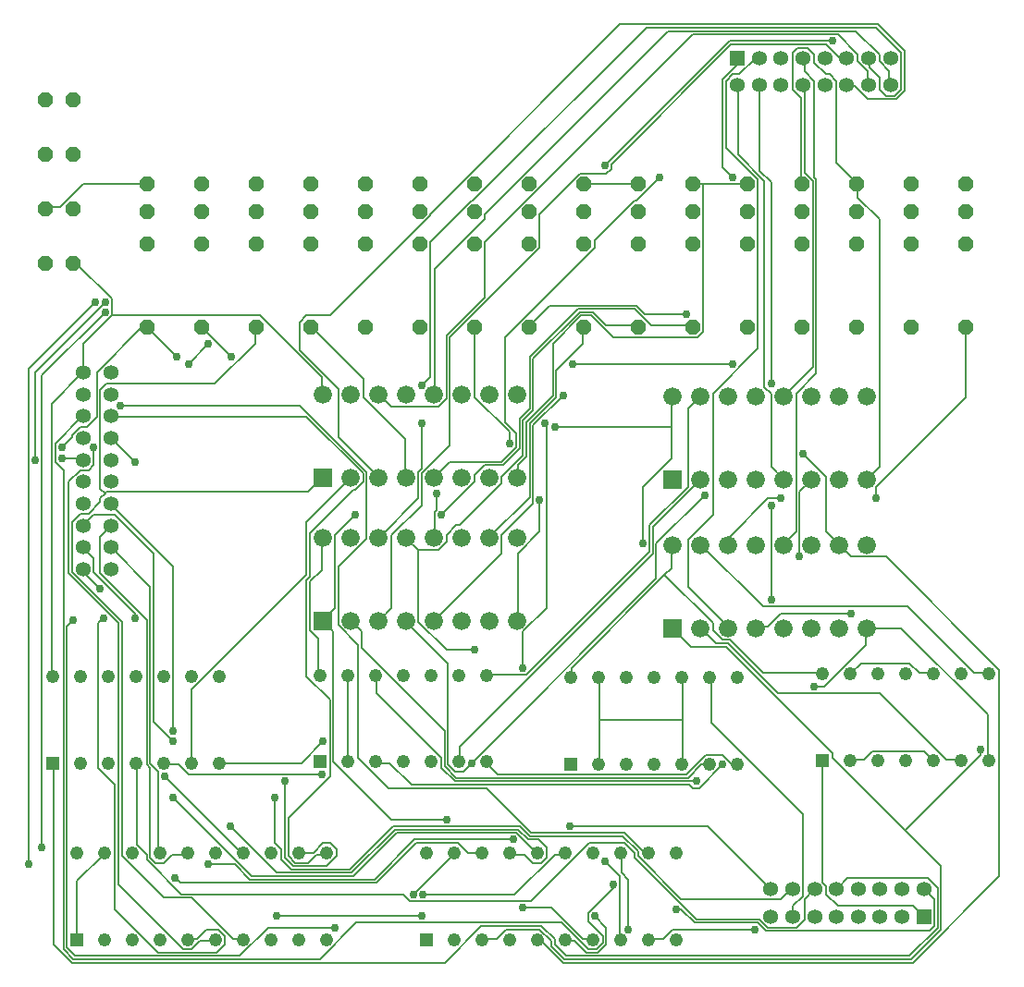
<source format=gbr>
G04 EAGLE Gerber RS-274X export*
G75*
%MOMM*%
%FSLAX34Y34*%
%LPD*%
%INBottom Copper*%
%IPPOS*%
%AMOC8*
5,1,8,0,0,1.08239X$1,22.5*%
G01*
%ADD10R,1.358000X1.358000*%
%ADD11C,1.358000*%
%ADD12R,1.238000X1.238000*%
%ADD13C,1.238000*%
%ADD14R,1.676400X1.676400*%
%ADD15C,1.676400*%
%ADD16P,1.429621X8X292.500000*%
%ADD17P,1.429621X8X112.500000*%
%ADD18P,1.429621X8X22.500000*%
%ADD19C,0.152400*%
%ADD20C,0.756400*%


D10*
X700700Y888400D03*
D11*
X700700Y863400D03*
X720700Y888400D03*
X720700Y863400D03*
X740700Y888400D03*
X740700Y863400D03*
X760700Y888400D03*
X760700Y863400D03*
X780700Y888400D03*
X780700Y863400D03*
X800700Y888400D03*
X800700Y863400D03*
X820700Y888400D03*
X820700Y863400D03*
X840700Y888400D03*
X840700Y863400D03*
D10*
X871200Y101600D03*
D11*
X871200Y126600D03*
X851200Y101600D03*
X851200Y126600D03*
X831200Y101600D03*
X831200Y126600D03*
X811200Y101600D03*
X811200Y126600D03*
X791200Y101600D03*
X791200Y126600D03*
X771200Y101600D03*
X771200Y126600D03*
X751200Y101600D03*
X751200Y126600D03*
X731200Y101600D03*
X731200Y126600D03*
D12*
X73900Y242100D03*
D13*
X99300Y242100D03*
X124700Y242100D03*
X150100Y242100D03*
X175500Y242100D03*
X200900Y242100D03*
X226300Y242100D03*
X226300Y321500D03*
X200900Y321500D03*
X175500Y321500D03*
X150100Y321500D03*
X124700Y321500D03*
X99300Y321500D03*
X73900Y321500D03*
D12*
X318500Y243400D03*
D13*
X343900Y243400D03*
X369300Y243400D03*
X394700Y243400D03*
X420100Y243400D03*
X445500Y243400D03*
X470900Y243400D03*
X470900Y322800D03*
X445500Y322800D03*
X420100Y322800D03*
X394700Y322800D03*
X369300Y322800D03*
X343900Y322800D03*
X318500Y322800D03*
D12*
X548500Y241200D03*
D13*
X573900Y241200D03*
X599300Y241200D03*
X624700Y241200D03*
X650100Y241200D03*
X675500Y241200D03*
X700900Y241200D03*
X700900Y320600D03*
X675500Y320600D03*
X650100Y320600D03*
X624700Y320600D03*
X599300Y320600D03*
X573900Y320600D03*
X548500Y320600D03*
D12*
X778500Y244400D03*
D13*
X803900Y244400D03*
X829300Y244400D03*
X854700Y244400D03*
X880100Y244400D03*
X905500Y244400D03*
X930900Y244400D03*
X930900Y323800D03*
X905500Y323800D03*
X880100Y323800D03*
X854700Y323800D03*
X829300Y323800D03*
X803900Y323800D03*
X778500Y323800D03*
D14*
X321300Y503700D03*
D15*
X346700Y503700D03*
X372100Y503700D03*
X397500Y503700D03*
X422900Y503700D03*
X448300Y503700D03*
X473700Y503700D03*
X499100Y503700D03*
X499100Y579900D03*
X473700Y579900D03*
X448300Y579900D03*
X422900Y579900D03*
X397500Y579900D03*
X372100Y579900D03*
X346700Y579900D03*
X321300Y579900D03*
D14*
X641300Y502300D03*
D15*
X666700Y502300D03*
X692100Y502300D03*
X717500Y502300D03*
X742900Y502300D03*
X768300Y502300D03*
X793700Y502300D03*
X819100Y502300D03*
X819100Y578500D03*
X793700Y578500D03*
X768300Y578500D03*
X742900Y578500D03*
X717500Y578500D03*
X692100Y578500D03*
X666700Y578500D03*
X641300Y578500D03*
D14*
X321300Y372800D03*
D15*
X346700Y372800D03*
X372100Y372800D03*
X397500Y372800D03*
X422900Y372800D03*
X448300Y372800D03*
X473700Y372800D03*
X499100Y372800D03*
X499100Y449000D03*
X473700Y449000D03*
X448300Y449000D03*
X422900Y449000D03*
X397500Y449000D03*
X372100Y449000D03*
X346700Y449000D03*
X321300Y449000D03*
D14*
X641300Y366000D03*
D15*
X666700Y366000D03*
X692100Y366000D03*
X717500Y366000D03*
X742900Y366000D03*
X768300Y366000D03*
X793700Y366000D03*
X819100Y366000D03*
X819100Y442200D03*
X793700Y442200D03*
X768300Y442200D03*
X742900Y442200D03*
X717500Y442200D03*
X692100Y442200D03*
X666700Y442200D03*
X641300Y442200D03*
D11*
X102000Y420000D03*
X127000Y420000D03*
X102000Y440000D03*
X127000Y440000D03*
X102000Y460000D03*
X127000Y460000D03*
X102000Y480000D03*
X127000Y480000D03*
X102000Y500000D03*
X127000Y500000D03*
X102000Y520000D03*
X127000Y520000D03*
X102000Y540000D03*
X127000Y540000D03*
X102000Y560000D03*
X127000Y560000D03*
X102000Y580000D03*
X127000Y580000D03*
X102000Y600000D03*
X127000Y600000D03*
D12*
X95700Y80300D03*
D13*
X121100Y80300D03*
X146500Y80300D03*
X171900Y80300D03*
X197300Y80300D03*
X222700Y80300D03*
X248100Y80300D03*
X273500Y80300D03*
X298900Y80300D03*
X324300Y80300D03*
X324300Y159700D03*
X298900Y159700D03*
X273500Y159700D03*
X248100Y159700D03*
X222700Y159700D03*
X197300Y159700D03*
X171900Y159700D03*
X146500Y159700D03*
X121100Y159700D03*
X95700Y159700D03*
D12*
X415700Y80300D03*
D13*
X441100Y80300D03*
X466500Y80300D03*
X491900Y80300D03*
X517300Y80300D03*
X542700Y80300D03*
X568100Y80300D03*
X593500Y80300D03*
X618900Y80300D03*
X644300Y80300D03*
X644300Y159700D03*
X618900Y159700D03*
X593500Y159700D03*
X568100Y159700D03*
X542700Y159700D03*
X517300Y159700D03*
X491900Y159700D03*
X466500Y159700D03*
X441100Y159700D03*
X415700Y159700D03*
D16*
X910000Y718100D03*
X910000Y641900D03*
X860000Y718100D03*
X860000Y641900D03*
X810000Y718100D03*
X810000Y641900D03*
X760000Y718100D03*
X760000Y641900D03*
X710000Y718100D03*
X710000Y641900D03*
X660000Y718100D03*
X660000Y641900D03*
X610000Y718100D03*
X610000Y641900D03*
X560000Y718100D03*
X560000Y641900D03*
X510000Y718100D03*
X510000Y641900D03*
X460000Y718100D03*
X460000Y641900D03*
X410000Y718100D03*
X410000Y641900D03*
X360000Y718100D03*
X360000Y641900D03*
X310000Y718100D03*
X310000Y641900D03*
X260000Y718100D03*
X260000Y641900D03*
X210000Y718100D03*
X210000Y641900D03*
X160000Y718100D03*
X160000Y641900D03*
D17*
X910000Y747300D03*
X910000Y772700D03*
X860000Y747300D03*
X860000Y772700D03*
X810000Y747300D03*
X810000Y772700D03*
X760000Y747300D03*
X760000Y772700D03*
X710000Y747300D03*
X710000Y772700D03*
X660000Y747300D03*
X660000Y772700D03*
X610000Y747300D03*
X610000Y772700D03*
X560000Y747300D03*
X560000Y772700D03*
X510000Y747300D03*
X510000Y772700D03*
X460000Y747300D03*
X460000Y772700D03*
X410000Y747300D03*
X410000Y772700D03*
X360000Y747300D03*
X360000Y772700D03*
X310000Y747300D03*
X310000Y772700D03*
X260000Y747300D03*
X260000Y772700D03*
X210000Y747300D03*
X210000Y772700D03*
X160000Y747300D03*
X160000Y772700D03*
D18*
X67300Y850000D03*
X92700Y850000D03*
X67300Y800000D03*
X92700Y800000D03*
X67300Y750000D03*
X92700Y750000D03*
X67300Y700000D03*
X92700Y700000D03*
D19*
X778764Y243840D02*
X778764Y132588D01*
X781812Y129540D01*
X781812Y121920D01*
X792480Y111252D01*
X861060Y111252D01*
X870204Y102108D01*
X778764Y243840D02*
X778500Y244400D01*
X870204Y102108D02*
X871200Y101600D01*
X676656Y278892D02*
X676656Y320040D01*
X676656Y278892D02*
X760476Y195072D01*
X760476Y120396D01*
X751332Y111252D01*
X751332Y102108D01*
X676656Y320040D02*
X675500Y320600D01*
X751332Y102108D02*
X751200Y101600D01*
X891540Y245364D02*
X905256Y245364D01*
X891540Y245364D02*
X830580Y306324D01*
X737616Y306324D01*
X691896Y352044D01*
X681228Y352044D01*
X667512Y365760D01*
X905256Y245364D02*
X905500Y244400D01*
X667512Y365760D02*
X666700Y366000D01*
X917448Y324612D02*
X929640Y324612D01*
X917448Y324612D02*
X856488Y385572D01*
X723900Y385572D01*
X667512Y441960D01*
X929640Y324612D02*
X930900Y323800D01*
X667512Y441960D02*
X666700Y442200D01*
X240792Y149352D02*
X216408Y149352D01*
X240792Y149352D02*
X254508Y135636D01*
X368808Y135636D01*
X405384Y172212D01*
X495300Y172212D01*
X547116Y184404D02*
X673608Y184404D01*
X729996Y128016D01*
X731200Y126600D01*
D20*
X216408Y149352D03*
X495300Y172212D03*
X547116Y184404D03*
D19*
X277368Y169164D02*
X277368Y210312D01*
X277368Y169164D02*
X283464Y163068D01*
X283464Y153924D01*
X292608Y144780D01*
X345948Y144780D01*
X385572Y184404D01*
X501396Y184404D01*
X510540Y175260D01*
X595884Y175260D01*
X609600Y161544D01*
X609600Y156972D01*
X649224Y117348D01*
X740664Y117348D01*
X749808Y126492D01*
X751200Y126600D01*
D20*
X277368Y210312D03*
D19*
X150876Y240792D02*
X150876Y167640D01*
X160020Y158496D01*
X160020Y153924D01*
X192024Y121920D01*
X394716Y121920D01*
X400812Y115824D01*
X512064Y115824D01*
X565404Y169164D01*
X597408Y169164D01*
X606552Y160020D01*
X606552Y155448D01*
X662940Y99060D01*
X720852Y99060D01*
X728472Y91440D01*
X754380Y91440D01*
X762000Y99060D01*
X762000Y117348D01*
X771144Y126492D01*
X150876Y240792D02*
X150100Y242100D01*
X771144Y126492D02*
X771200Y126600D01*
X74676Y76200D02*
X74676Y240792D01*
X74676Y76200D02*
X91440Y59436D01*
X432816Y59436D01*
X466344Y92964D01*
X521208Y92964D01*
X533400Y80772D01*
X533400Y76200D01*
X544068Y65532D01*
X858012Y65532D01*
X883920Y91440D01*
X883920Y128016D01*
X874776Y137160D01*
X801624Y137160D01*
X792480Y128016D01*
X74676Y240792D02*
X73900Y242100D01*
X791200Y126600D02*
X792480Y128016D01*
X370332Y306324D02*
X370332Y321564D01*
X370332Y306324D02*
X429768Y246888D01*
X429768Y237744D01*
X441960Y225552D01*
X662940Y225552D01*
X370332Y321564D02*
X369300Y322800D01*
D20*
X662940Y225552D03*
D19*
X649224Y108204D02*
X644652Y108204D01*
X649224Y108204D02*
X661416Y96012D01*
X719328Y96012D01*
X726948Y88392D01*
X876300Y88392D01*
X880872Y92964D01*
X880872Y117348D01*
X871728Y126492D01*
X871200Y126600D01*
D20*
X644652Y108204D03*
D19*
X667512Y240792D02*
X675132Y240792D01*
X667512Y240792D02*
X655320Y228600D01*
X443484Y228600D01*
X432816Y239268D01*
X432816Y271272D01*
X356616Y347472D01*
X356616Y362712D01*
X347472Y371856D01*
X675132Y240792D02*
X675500Y241200D01*
X347472Y371856D02*
X346700Y372800D01*
X446532Y257556D02*
X446532Y243840D01*
X446532Y257556D02*
X623316Y434340D01*
X623316Y458724D01*
X665988Y501396D01*
X446532Y243840D02*
X445500Y243400D01*
X665988Y501396D02*
X666700Y502300D01*
X507492Y323088D02*
X470916Y323088D01*
X507492Y323088D02*
X620268Y435864D01*
X620268Y460248D01*
X655320Y495300D01*
X655320Y566928D01*
X665988Y577596D01*
X470916Y323088D02*
X470900Y322800D01*
X665988Y577596D02*
X666700Y578500D01*
X693420Y903732D02*
X787908Y903732D01*
X693420Y903732D02*
X579120Y789432D01*
X425196Y489204D02*
X425196Y473964D01*
X423672Y472440D01*
X423672Y449580D01*
X422900Y449000D01*
D20*
X787908Y903732D03*
X579120Y789432D03*
X425196Y489204D03*
D19*
X821436Y879348D02*
X821436Y886968D01*
X821436Y879348D02*
X830580Y870204D01*
X830580Y859536D01*
X836676Y853440D01*
X844296Y853440D01*
X850392Y859536D01*
X850392Y893064D01*
X827532Y915924D01*
X617220Y915924D01*
X458724Y757428D01*
X457200Y757428D01*
X419100Y719328D01*
X419100Y595884D01*
X411480Y588264D01*
X411480Y553212D02*
X411480Y512064D01*
X408432Y509016D01*
X408432Y484632D01*
X373380Y449580D01*
X821436Y886968D02*
X820700Y888400D01*
X373380Y449580D02*
X372100Y449000D01*
D20*
X411480Y588264D03*
X411480Y553212D03*
D19*
X794004Y888492D02*
X800100Y888492D01*
X794004Y888492D02*
X781812Y900684D01*
X694944Y900684D01*
X585216Y790956D01*
X585216Y786384D01*
X580644Y781812D01*
X556260Y781812D01*
X519684Y745236D01*
X519684Y714756D01*
X437388Y632460D01*
X437388Y533400D01*
X411480Y507492D01*
X411480Y478536D01*
X384048Y451104D01*
X384048Y384048D01*
X373380Y373380D01*
X800100Y888492D02*
X800700Y888400D01*
X373380Y373380D02*
X372100Y372800D01*
X513588Y551688D02*
X541020Y579120D01*
X513588Y551688D02*
X513588Y480060D01*
X484632Y451104D01*
X484632Y434340D01*
X423672Y373380D01*
X422900Y372800D01*
D20*
X541020Y579120D03*
D19*
X762000Y876300D02*
X762000Y886968D01*
X762000Y876300D02*
X771144Y867156D01*
X771144Y778764D01*
X772668Y777240D01*
X772668Y598932D01*
X754380Y580644D01*
X754380Y454152D01*
X743712Y443484D01*
X762000Y886968D02*
X760700Y888400D01*
X743712Y443484D02*
X742900Y442200D01*
X740664Y484632D02*
X728472Y484632D01*
X693420Y449580D01*
X693420Y443484D01*
X692100Y442200D01*
D20*
X740664Y484632D03*
D19*
X719328Y886968D02*
X716280Y886968D01*
X702564Y873252D01*
X696468Y873252D01*
X690372Y867156D01*
X690372Y806196D01*
X719328Y777240D01*
X719328Y621792D01*
X678180Y580644D01*
X678180Y469392D01*
X655320Y446532D01*
X655320Y403860D01*
X691896Y367284D01*
X719328Y886968D02*
X720700Y888400D01*
X691896Y367284D02*
X692100Y366000D01*
X699516Y880872D02*
X699516Y886968D01*
X699516Y880872D02*
X687324Y868680D01*
X687324Y787908D01*
X696468Y778764D01*
X731520Y478536D02*
X731520Y391668D01*
X699516Y886968D02*
X700700Y888400D01*
D20*
X696468Y778764D03*
X731520Y478536D03*
X731520Y391668D03*
D19*
X382524Y242316D02*
X370332Y242316D01*
X382524Y242316D02*
X402336Y222504D01*
X656844Y222504D01*
X659892Y219456D01*
X665988Y219456D01*
X687324Y240792D01*
X757428Y431292D02*
X757428Y490728D01*
X768096Y501396D01*
X370332Y242316D02*
X369300Y243400D01*
X768096Y501396D02*
X768300Y502300D01*
D20*
X687324Y240792D03*
X757428Y431292D03*
D19*
X701040Y800100D02*
X701040Y862584D01*
X701040Y800100D02*
X725424Y775716D01*
X725424Y586740D01*
X731520Y580644D01*
X731520Y513588D01*
X742188Y502920D01*
X701040Y862584D02*
X700700Y863400D01*
X742188Y502920D02*
X742900Y502300D01*
X720852Y784860D02*
X720852Y862584D01*
X720852Y784860D02*
X731520Y774192D01*
X731520Y589788D01*
X720852Y862584D02*
X720700Y863400D01*
D20*
X731520Y589788D03*
D19*
X762000Y783336D02*
X762000Y862584D01*
X762000Y783336D02*
X769620Y775716D01*
X769620Y605028D01*
X743712Y579120D01*
X762000Y862584D02*
X760700Y863400D01*
X743712Y579120D02*
X742900Y578500D01*
X608076Y757428D02*
X629412Y778764D01*
X608076Y757428D02*
X606552Y757428D01*
X569976Y720852D01*
X569976Y714756D01*
X487680Y632460D01*
X487680Y554736D01*
X498348Y544068D01*
X498348Y531876D01*
X484632Y518160D01*
X437388Y518160D01*
X423672Y504444D01*
X422900Y503700D01*
D20*
X629412Y778764D03*
D19*
X801624Y862584D02*
X807720Y862584D01*
X819912Y850392D01*
X845820Y850392D01*
X853440Y858012D01*
X853440Y894588D01*
X829056Y918972D01*
X592836Y918972D01*
X419100Y745236D01*
X419100Y743712D01*
X327660Y652272D01*
X306324Y652272D01*
X300228Y646176D01*
X300228Y620268D01*
X335280Y585216D01*
X335280Y541020D01*
X371856Y504444D01*
X800700Y863400D02*
X801624Y862584D01*
X371856Y504444D02*
X372100Y503700D01*
X819912Y864108D02*
X819912Y876300D01*
X810768Y885444D01*
X810768Y891540D01*
X792480Y909828D01*
X659892Y909828D01*
X469392Y719328D01*
X469392Y669036D01*
X434340Y633984D01*
X434340Y576072D01*
X426720Y568452D01*
X384048Y568452D01*
X373380Y579120D01*
X819912Y864108D02*
X820700Y863400D01*
X373380Y579120D02*
X372100Y579900D01*
X839724Y864108D02*
X839724Y876300D01*
X830580Y885444D01*
X830580Y891540D01*
X809244Y912876D01*
X637032Y912876D01*
X469392Y745236D01*
X469392Y740664D01*
X423672Y694944D01*
X423672Y580644D01*
X839724Y864108D02*
X840700Y863400D01*
X423672Y580644D02*
X422900Y579900D01*
X201168Y309372D02*
X201168Y242316D01*
X201168Y309372D02*
X306324Y414528D01*
X306324Y463296D01*
X345948Y502920D01*
X201168Y242316D02*
X200900Y242100D01*
X345948Y502920D02*
X346700Y503700D01*
X499872Y434340D02*
X499872Y373380D01*
X499872Y434340D02*
X519684Y454152D01*
X519684Y483108D01*
X499872Y373380D02*
X499100Y372800D01*
X560832Y772668D02*
X609600Y772668D01*
X610000Y772700D01*
X560832Y772668D02*
X560000Y772700D01*
X669036Y772668D02*
X708660Y772668D01*
X669036Y772668D02*
X661416Y772668D01*
X660000Y772700D01*
X708660Y772668D02*
X710000Y772700D01*
X499872Y515112D02*
X499872Y504444D01*
X499872Y515112D02*
X507492Y522732D01*
X507492Y554736D01*
X531876Y579120D01*
X531876Y626364D01*
X557784Y652272D01*
X566928Y652272D01*
X586740Y632460D01*
X664464Y632460D01*
X669036Y637032D01*
X669036Y772668D01*
X499872Y504444D02*
X499100Y503700D01*
X80772Y751332D02*
X68580Y751332D01*
X80772Y751332D02*
X102108Y772668D01*
X158496Y772668D01*
X68580Y751332D02*
X67300Y750000D01*
X158496Y772668D02*
X160000Y772700D01*
X227076Y242316D02*
X301752Y242316D01*
X321564Y262128D01*
X227076Y242316D02*
X226300Y242100D01*
X694944Y242316D02*
X699516Y242316D01*
X694944Y242316D02*
X687324Y249936D01*
X672084Y249936D01*
X653796Y231648D01*
X481584Y231648D01*
X470916Y242316D01*
X699516Y242316D02*
X700900Y241200D01*
X470916Y242316D02*
X470900Y243400D01*
X929640Y245364D02*
X929640Y286512D01*
X850392Y365760D01*
X819912Y365760D01*
X929640Y245364D02*
X930900Y244400D01*
X819912Y365760D02*
X819100Y366000D01*
X810768Y760476D02*
X810768Y772668D01*
X810768Y760476D02*
X830580Y740664D01*
X830580Y513588D01*
X819912Y502920D01*
X810768Y772668D02*
X810000Y772700D01*
X819912Y502920D02*
X819100Y502300D01*
X780288Y312420D02*
X771144Y312420D01*
X780288Y312420D02*
X818388Y350520D01*
X818388Y365760D01*
X819100Y366000D01*
X758952Y774192D02*
X758952Y851916D01*
X751332Y859536D01*
X751332Y893064D01*
X755904Y897636D01*
X765048Y897636D01*
X771144Y891540D01*
X771144Y883920D01*
X781812Y873252D01*
X784860Y873252D01*
X790956Y867156D01*
X790956Y792480D01*
X809244Y774192D01*
X760000Y772700D02*
X758952Y774192D01*
X809244Y774192D02*
X810000Y772700D01*
D20*
X519684Y483108D03*
X321564Y262128D03*
X771144Y312420D03*
D19*
X102108Y600456D02*
X102108Y626364D01*
X128016Y652272D01*
X128016Y667512D01*
X96012Y699516D01*
X92964Y699516D01*
X102108Y600456D02*
X102000Y600000D01*
X92964Y699516D02*
X92700Y700000D01*
X73152Y571500D02*
X73152Y321564D01*
X73152Y571500D02*
X100584Y598932D01*
X73900Y321500D02*
X73152Y321564D01*
X100584Y598932D02*
X102000Y600000D01*
X548640Y329184D02*
X548640Y321564D01*
X633984Y414528D02*
X640080Y420624D01*
X633984Y414528D02*
X548640Y329184D01*
X640080Y420624D02*
X640080Y441960D01*
X548640Y321564D02*
X548500Y320600D01*
X640080Y441960D02*
X641300Y442200D01*
X723900Y324612D02*
X777240Y324612D01*
X723900Y324612D02*
X693420Y355092D01*
X687324Y355092D01*
X678180Y364236D01*
X678180Y370332D01*
X633984Y414528D01*
X777240Y324612D02*
X778500Y323800D01*
X640080Y521208D02*
X640080Y550164D01*
X640080Y577596D01*
X640080Y521208D02*
X614172Y495300D01*
X614172Y443484D01*
X640080Y577596D02*
X641300Y578500D01*
X316992Y356616D02*
X316992Y323088D01*
X316992Y356616D02*
X309372Y364236D01*
X309372Y408432D01*
X320040Y419100D01*
X320040Y448056D01*
X316992Y323088D02*
X318500Y322800D01*
X320040Y448056D02*
X321300Y449000D01*
X533400Y550164D02*
X640080Y550164D01*
X263652Y652272D02*
X128016Y652272D01*
X263652Y652272D02*
X320040Y595884D01*
X320040Y580644D01*
X321300Y579900D01*
D20*
X614172Y443484D03*
X533400Y550164D03*
D19*
X466344Y160020D02*
X454152Y160020D01*
X445008Y169164D01*
X406908Y169164D01*
X370332Y132588D01*
X190500Y132588D01*
X185928Y137160D01*
X117348Y402336D02*
X100584Y419100D01*
X466344Y160020D02*
X466500Y159700D01*
X102000Y420000D02*
X100584Y419100D01*
D20*
X185928Y137160D03*
X117348Y402336D03*
D19*
X492252Y158496D02*
X505968Y158496D01*
X513588Y150876D01*
X521208Y150876D01*
X525780Y155448D01*
X525780Y164592D01*
X518160Y172212D01*
X509016Y172212D01*
X499872Y181356D01*
X387096Y181356D01*
X347472Y141732D01*
X278892Y141732D01*
X236220Y184404D01*
X149352Y374904D02*
X149352Y379476D01*
X111252Y417576D01*
X111252Y429768D01*
X102108Y438912D01*
X491900Y159700D02*
X492252Y158496D01*
X102108Y438912D02*
X102000Y440000D01*
D20*
X236220Y184404D03*
X149352Y374904D03*
D19*
X498348Y178308D02*
X516636Y160020D01*
X498348Y178308D02*
X388620Y178308D01*
X348996Y138684D01*
X256032Y138684D01*
X184404Y210312D01*
X184404Y262128D02*
X166116Y280416D01*
X166116Y434340D01*
X131064Y469392D01*
X111252Y469392D01*
X102108Y460248D01*
X516636Y160020D02*
X517300Y159700D01*
X102000Y460000D02*
X102108Y460248D01*
D20*
X184404Y210312D03*
X184404Y262128D03*
D19*
X533400Y158496D02*
X542544Y158496D01*
X533400Y158496D02*
X496824Y121920D01*
X413004Y121920D01*
X332232Y91440D02*
X271272Y91440D01*
X245364Y65532D01*
X94488Y65532D01*
X86868Y73152D01*
X86868Y367284D01*
X92964Y373380D01*
X542700Y159700D02*
X542544Y158496D01*
D20*
X413004Y121920D03*
X332232Y91440D03*
X92964Y373380D03*
D19*
X504444Y362712D02*
X504444Y329184D01*
X504444Y362712D02*
X525780Y384048D01*
X525780Y551688D01*
X524256Y553212D01*
D20*
X504444Y329184D03*
X524256Y553212D03*
D19*
X594360Y158496D02*
X594360Y141732D01*
X600456Y135636D01*
X600456Y89916D01*
X411480Y102108D02*
X278892Y102108D01*
X100584Y521208D02*
X82296Y521208D01*
X593500Y159700D02*
X594360Y158496D01*
X102000Y520000D02*
X100584Y521208D01*
D20*
X600456Y89916D03*
X411480Y102108D03*
X278892Y102108D03*
X82296Y521208D03*
D19*
X615696Y160020D02*
X618744Y160020D01*
X615696Y160020D02*
X597408Y178308D01*
X512064Y178308D01*
X470916Y219456D01*
X381000Y219456D01*
X353568Y246888D01*
X353568Y350520D01*
X335280Y368808D01*
X335280Y422148D01*
X361188Y448056D01*
X361188Y509016D01*
X300228Y569976D01*
X135636Y569976D01*
X618744Y160020D02*
X618900Y159700D01*
D20*
X135636Y569976D03*
D19*
X586740Y131064D02*
X586740Y128016D01*
X563880Y105156D01*
X563880Y97536D01*
X577596Y83820D01*
X577596Y77724D01*
X571500Y71628D01*
X563880Y71628D01*
X539496Y96012D01*
X352044Y96012D01*
X318516Y62484D01*
X92964Y62484D01*
X83820Y71628D01*
X83820Y510540D01*
X76200Y518160D01*
X76200Y534924D01*
X100584Y559308D01*
X102000Y560000D01*
D20*
X586740Y131064D03*
D19*
X323088Y158496D02*
X315468Y158496D01*
X307848Y150876D01*
X295656Y150876D01*
X289560Y156972D01*
X289560Y192024D01*
X327660Y230124D01*
X327660Y300228D01*
X306324Y321564D01*
X306324Y409956D01*
X309372Y413004D01*
X309372Y452628D01*
X348996Y492252D01*
X350520Y492252D01*
X358140Y499872D01*
X358140Y507492D01*
X306324Y559308D01*
X128016Y559308D01*
X324300Y159700D02*
X323088Y158496D01*
X128016Y559308D02*
X127000Y560000D01*
X300228Y160020D02*
X312420Y160020D01*
X321564Y169164D01*
X327660Y169164D01*
X333756Y163068D01*
X333756Y156972D01*
X324612Y147828D01*
X294132Y147828D01*
X286512Y155448D01*
X286512Y225552D01*
X149352Y518160D02*
X128016Y539496D01*
X298900Y159700D02*
X300228Y160020D01*
X128016Y539496D02*
X127000Y540000D01*
D20*
X286512Y225552D03*
X149352Y518160D03*
D19*
X176784Y230124D02*
X246888Y160020D01*
X248100Y159700D01*
D20*
X176784Y230124D03*
D19*
X184404Y271272D02*
X184404Y422148D01*
X128016Y478536D01*
X127000Y480000D01*
D20*
X184404Y271272D03*
D19*
X182880Y158496D02*
X196596Y158496D01*
X182880Y158496D02*
X175260Y150876D01*
X167640Y150876D01*
X163068Y155448D01*
X163068Y237744D01*
X160020Y240792D01*
X160020Y373380D01*
X117348Y416052D01*
X117348Y449580D01*
X126492Y458724D01*
X197300Y159700D02*
X196596Y158496D01*
X126492Y458724D02*
X127000Y460000D01*
X170688Y234696D02*
X170688Y160020D01*
X170688Y234696D02*
X163068Y242316D01*
X163068Y403860D01*
X128016Y438912D01*
X170688Y160020D02*
X171900Y159700D01*
X128016Y438912D02*
X127000Y440000D01*
X96012Y134112D02*
X96012Y80772D01*
X96012Y134112D02*
X120396Y158496D01*
X96012Y80772D02*
X95700Y80300D01*
X120396Y158496D02*
X121100Y159700D01*
X403860Y121920D02*
X440436Y158496D01*
X441100Y159700D01*
D20*
X403860Y121920D03*
D19*
X344424Y243840D02*
X344424Y321564D01*
X344424Y243840D02*
X343900Y243400D01*
X344424Y321564D02*
X343900Y322800D01*
X188976Y240792D02*
X176784Y240792D01*
X188976Y240792D02*
X198120Y231648D01*
X320040Y231648D01*
X176784Y240792D02*
X175500Y242100D01*
X574548Y281940D02*
X574548Y320040D01*
X574548Y281940D02*
X574548Y242316D01*
X573900Y241200D01*
X574548Y320040D02*
X573900Y320600D01*
X650748Y320040D02*
X650748Y281940D01*
X650748Y242316D01*
X650100Y241200D01*
X650748Y320040D02*
X650100Y320600D01*
X650748Y281940D02*
X574548Y281940D01*
X804672Y245364D02*
X816864Y245364D01*
X824484Y252984D01*
X871728Y252984D01*
X879348Y245364D01*
X804672Y245364D02*
X803900Y244400D01*
X879348Y245364D02*
X880100Y244400D01*
X879348Y324612D02*
X867156Y324612D01*
X858012Y333756D01*
X813816Y333756D01*
X804672Y324612D01*
X879348Y324612D02*
X880100Y323800D01*
X804672Y324612D02*
X803900Y323800D01*
D20*
X320040Y231648D03*
D19*
X717804Y367284D02*
X728472Y367284D01*
X740664Y379476D01*
X804672Y379476D01*
X827532Y484632D02*
X827532Y495300D01*
X909828Y577596D01*
X909828Y641604D01*
X717804Y367284D02*
X717500Y366000D01*
X909828Y641604D02*
X910000Y641900D01*
D20*
X804672Y379476D03*
X827532Y484632D03*
D19*
X480060Y80772D02*
X467868Y80772D01*
X480060Y80772D02*
X489204Y89916D01*
X519684Y89916D01*
X530352Y79248D01*
X530352Y74676D01*
X542544Y62484D01*
X859536Y62484D01*
X886968Y89916D01*
X886968Y147828D01*
X853440Y181356D02*
X787908Y246888D01*
X853440Y181356D02*
X886968Y147828D01*
X787908Y246888D02*
X787908Y251460D01*
X690372Y348996D01*
X658368Y348996D01*
X641604Y365760D01*
X467868Y80772D02*
X466500Y80300D01*
X641604Y365760D02*
X641300Y366000D01*
X923544Y254508D02*
X923544Y249936D01*
X854964Y181356D01*
X853440Y181356D01*
D20*
X923544Y254508D03*
D19*
X521208Y79248D02*
X518160Y79248D01*
X521208Y79248D02*
X541020Y59436D01*
X861060Y59436D01*
X940308Y138684D01*
X940308Y327660D01*
X836676Y431292D01*
X804672Y431292D01*
X794004Y441960D01*
X517300Y80300D02*
X518160Y79248D01*
X794004Y441960D02*
X793700Y442200D01*
X781812Y504444D02*
X760476Y525780D01*
X781812Y504444D02*
X781812Y454152D01*
X792480Y443484D01*
X793700Y442200D01*
D20*
X760476Y525780D03*
D19*
X551688Y79248D02*
X544068Y79248D01*
X551688Y79248D02*
X562356Y68580D01*
X573024Y68580D01*
X580644Y76200D01*
X580644Y91440D01*
X569976Y102108D01*
X449580Y234696D02*
X457200Y242316D01*
X449580Y234696D02*
X441960Y234696D01*
X435864Y240792D01*
X435864Y333756D01*
X397764Y371856D01*
X542700Y80300D02*
X544068Y79248D01*
X397764Y371856D02*
X397500Y372800D01*
X626364Y443484D02*
X670560Y487680D01*
X626364Y443484D02*
X626364Y411480D01*
X457200Y242316D01*
D20*
X569976Y102108D03*
X457200Y242316D03*
X670560Y487680D03*
D19*
X566928Y80772D02*
X559308Y80772D01*
X530352Y109728D01*
X504444Y109728D01*
X434340Y190500D02*
X384048Y190500D01*
X330708Y243840D01*
X330708Y362712D01*
X321564Y371856D01*
X566928Y80772D02*
X568100Y80300D01*
X321564Y371856D02*
X321300Y372800D01*
X621792Y643128D02*
X659892Y643128D01*
X621792Y643128D02*
X606552Y658368D01*
X554736Y658368D01*
X510540Y614172D01*
X510540Y566928D01*
X501396Y557784D01*
X501396Y530352D01*
X486156Y515112D01*
X469392Y515112D01*
X460248Y505968D01*
X460248Y499872D01*
X429768Y469392D01*
X350520Y469392D02*
X332232Y451104D01*
X332232Y384048D01*
X321564Y373380D01*
X660000Y641900D02*
X659892Y643128D01*
X321564Y373380D02*
X321300Y372800D01*
D20*
X504444Y109728D03*
X434340Y190500D03*
X429768Y469392D03*
X350520Y469392D03*
D19*
X592836Y138684D02*
X592836Y80772D01*
X592836Y138684D02*
X579120Y152400D01*
X460248Y345948D02*
X434340Y345948D01*
X408432Y371856D01*
X408432Y437388D01*
X397764Y448056D01*
X592836Y80772D02*
X593500Y80300D01*
X397764Y448056D02*
X397500Y449000D01*
X580644Y643128D02*
X609600Y643128D01*
X580644Y643128D02*
X568452Y655320D01*
X556260Y655320D01*
X513588Y612648D01*
X513588Y565404D01*
X504444Y556260D01*
X504444Y524256D01*
X484632Y504444D01*
X484632Y498348D01*
X446532Y460248D01*
X443484Y460248D01*
X434340Y451104D01*
X434340Y445008D01*
X426720Y437388D01*
X408432Y437388D01*
X610000Y641900D02*
X609600Y643128D01*
D20*
X579120Y152400D03*
X460248Y345948D03*
D19*
X620268Y80772D02*
X632460Y80772D01*
X641604Y89916D01*
X716280Y89916D01*
X620268Y80772D02*
X618900Y80300D01*
X559308Y626364D02*
X559308Y641604D01*
X559308Y626364D02*
X534924Y601980D01*
X534924Y577596D01*
X510540Y553212D01*
X510540Y486156D01*
X473964Y449580D01*
X559308Y641604D02*
X560000Y641900D01*
X473964Y449580D02*
X473700Y449000D01*
D20*
X716280Y89916D03*
D19*
X51816Y149352D02*
X51816Y603504D01*
X112776Y664464D01*
X615696Y653796D02*
X653796Y653796D01*
X615696Y653796D02*
X608076Y661416D01*
X528828Y661416D01*
X510540Y643128D01*
X510000Y641900D01*
D20*
X51816Y149352D03*
X112776Y664464D03*
X653796Y653796D03*
D19*
X57912Y600456D02*
X57912Y519684D01*
X57912Y600456D02*
X121920Y664464D01*
X492252Y545592D02*
X492252Y534924D01*
X492252Y545592D02*
X460248Y577596D01*
X460248Y641604D01*
X460000Y641900D01*
D20*
X57912Y519684D03*
X121920Y664464D03*
X492252Y534924D03*
D19*
X64008Y597408D02*
X64008Y164592D01*
X64008Y597408D02*
X121920Y655320D01*
X550164Y608076D02*
X696468Y608076D01*
D20*
X64008Y164592D03*
X121920Y655320D03*
X696468Y608076D03*
X550164Y608076D03*
D19*
X205740Y80772D02*
X198120Y80772D01*
X205740Y80772D02*
X214884Y89916D01*
X225552Y89916D01*
X231648Y83820D01*
X231648Y76200D01*
X224028Y68580D01*
X170688Y68580D01*
X131064Y108204D01*
X131064Y222504D01*
X115824Y237744D01*
X115824Y370332D01*
X120396Y374904D01*
X198120Y608076D02*
X216408Y626364D01*
X198120Y80772D02*
X197300Y80300D01*
D20*
X120396Y374904D03*
X198120Y608076D03*
X216408Y626364D03*
D19*
X222504Y79248D02*
X208788Y79248D01*
X201168Y71628D01*
X193548Y71628D01*
X134112Y131064D01*
X134112Y370332D01*
X88392Y416052D01*
X88392Y499872D01*
X99060Y510540D01*
X106680Y510540D01*
X111252Y515112D01*
X111252Y531876D01*
X222700Y80300D02*
X222504Y79248D01*
X396240Y504444D02*
X396240Y539496D01*
X358140Y577596D01*
X358140Y594360D01*
X310896Y641604D01*
X396240Y504444D02*
X397500Y503700D01*
X310896Y641604D02*
X310000Y641900D01*
D20*
X111252Y531876D03*
D19*
X239268Y80772D02*
X246888Y80772D01*
X239268Y80772D02*
X201168Y118872D01*
X175260Y118872D01*
X137160Y156972D01*
X137160Y371856D01*
X91440Y417576D01*
X91440Y463296D01*
X99060Y470916D01*
X106680Y470916D01*
X117348Y481584D01*
X117348Y484632D01*
X121920Y489204D02*
X123444Y490728D01*
X121920Y489204D02*
X117348Y484632D01*
X123444Y490728D02*
X307848Y490728D01*
X320040Y502920D01*
X246888Y80772D02*
X248100Y80300D01*
X320040Y502920D02*
X321300Y503700D01*
X259080Y626364D02*
X259080Y641604D01*
X259080Y626364D02*
X222504Y589788D01*
X123444Y589788D01*
X117348Y583692D01*
X117348Y493776D01*
X121920Y489204D01*
X259080Y641604D02*
X260000Y641900D01*
X91440Y541020D02*
X82296Y531876D01*
X91440Y541020D02*
X91440Y542544D01*
X99060Y550164D01*
X105156Y550164D01*
X114300Y559308D01*
X114300Y600456D01*
X155448Y641604D01*
X158496Y641604D01*
X160000Y641900D01*
X160020Y641604D02*
X187452Y614172D01*
X160020Y641604D02*
X160000Y641900D01*
D20*
X82296Y531876D03*
X187452Y614172D03*
D19*
X210312Y641604D02*
X237744Y614172D01*
X210312Y641604D02*
X210000Y641900D01*
D20*
X237744Y614172D03*
M02*

</source>
